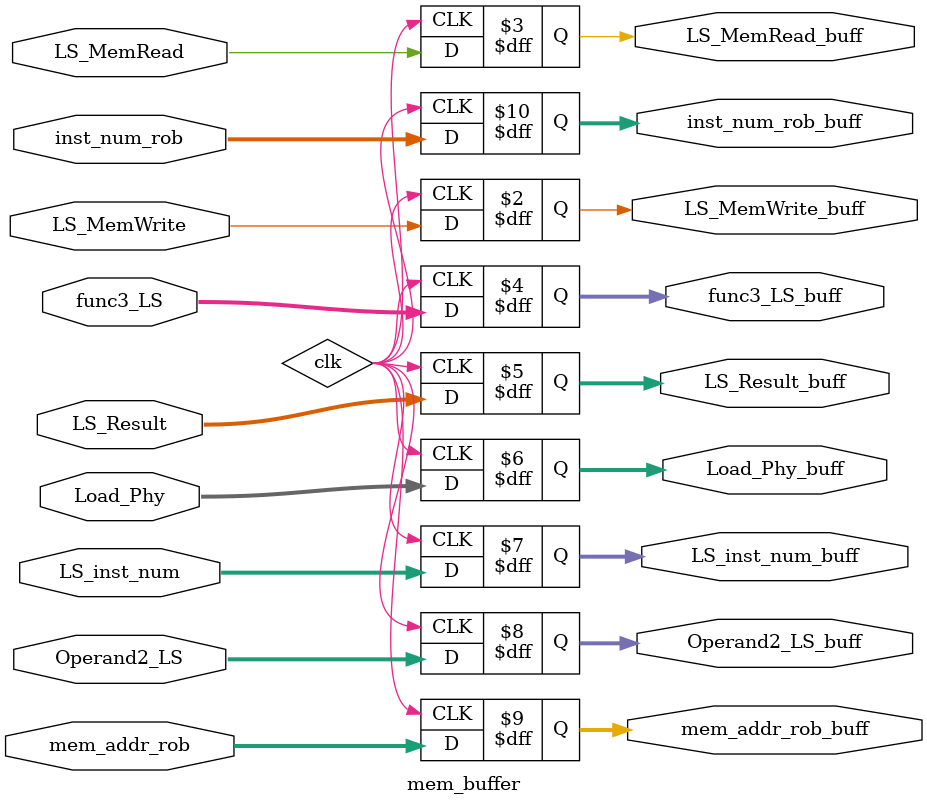
<source format=v>
module mem_buffer(
    input wire LS_MemWrite,
    input wire LS_MemRead,

    input wire [2:0] func3_LS,
    input wire [31:0] LS_Result, //mem addr
    input wire [7:0] Load_Phy,  
    input wire [31:0] LS_inst_num,  
    
    input wire [31:0] Operand2_LS,  //Write_data
    input wire [31:0] mem_addr_rob, //mem addr from rob
    input wire [31:0] inst_num_rob, //inst num from rob

    output reg LS_MemWrite_buff,
    output reg LS_MemRead_buff,
    output reg [2:0] func3_LS_buff,
    output reg [31:0] LS_Result_buff, //mem addr
    output reg [7:0] Load_Phy_buff,
    output reg [31:0] LS_inst_num_buff,  
    output reg [31:0] Operand2_LS_buff,  //Write_data

    output reg [31:0] mem_addr_rob_buff, //mem addr from rob
    output reg [31:0] inst_num_rob_buff //inst num from rob
);


always @(posedge clk) begin
    LS_MemWrite_buff <= LS_MemWrite;
    LS_MemRead_buff <= LS_MemRead;
    func3_LS_buff <= func3_LS;
    LS_Result_buff <= LS_Result;
    Load_Phy_buff <= Load_Phy;
    LS_inst_num_buff <= LS_inst_num;
    Operand2_LS_buff <= Operand2_LS;
    mem_addr_rob_buff <= mem_addr_rob;
    inst_num_rob_buff <= inst_num_rob;
end

endmodule

</source>
